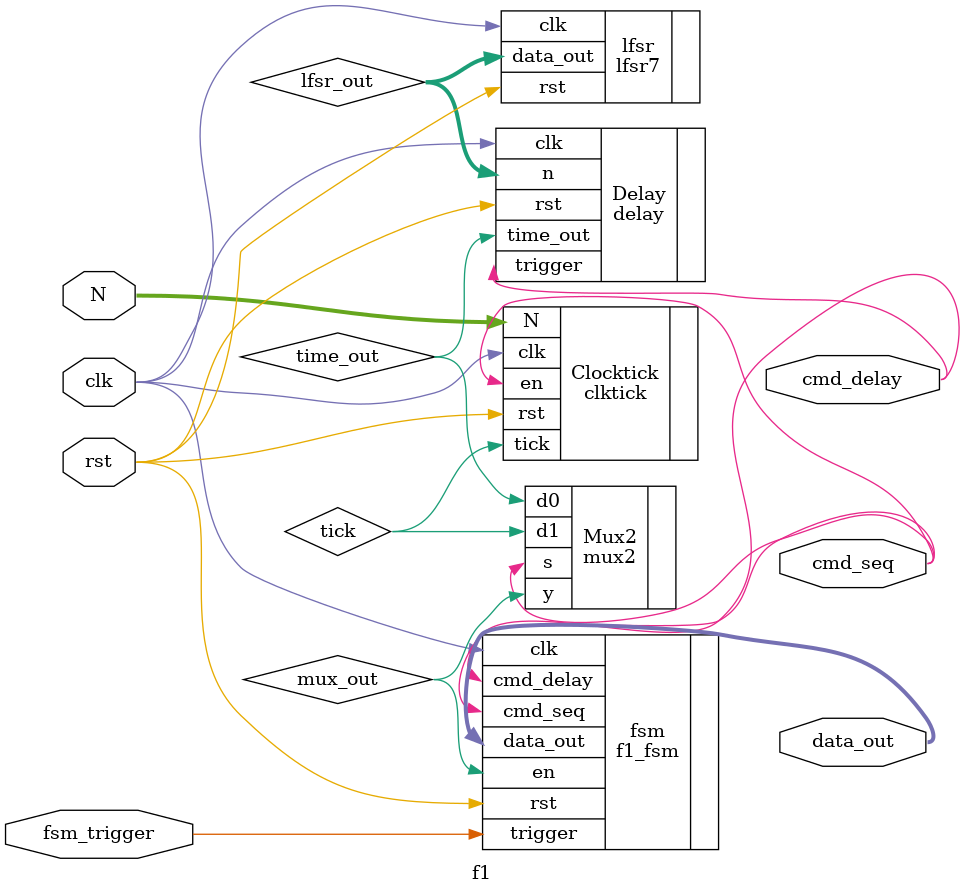
<source format=sv>
module f1(
    input logic[5:0]     N,
    input logic     rst,
    input logic     clk,
    input logic     fsm_trigger,
    output logic [7:0]  data_out,
    output logic    cmd_seq,
    output logic cmd_delay
);
logic tick;
logic time_out;
logic mux_out;
logic[7:1] lfsr_out;

clktick Clocktick(
    .N(N),
    .en(cmd_seq),
    .rst(rst),
    .clk(clk),
    .tick(tick)
);

lfsr7 lfsr(
    .clk(clk),
    .rst(rst),
    .data_out(lfsr_out)
);

mux2 Mux2(
    .d1(tick),
    .d0(time_out),
    .s(cmd_seq),
    .y(mux_out)
);

f1_fsm fsm(
    .rst(rst),
    .en(mux_out),
    .trigger(fsm_trigger),
    .clk(clk),
    .data_out(data_out),
    .cmd_seq(cmd_seq),
    .cmd_delay(cmd_delay)
);

delay Delay(
    .n(lfsr_out),
    .trigger(cmd_delay),
    .rst(rst),
    .clk(clk),
    .time_out(time_out)
);

endmodule

</source>
